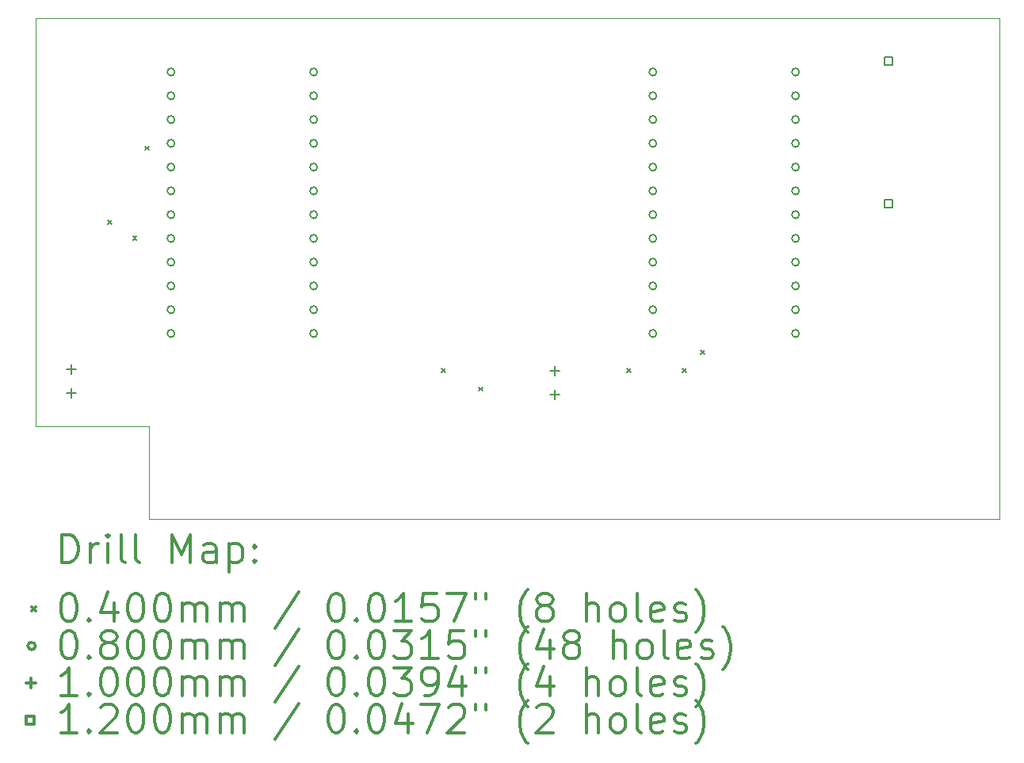
<source format=gbr>
%FSLAX45Y45*%
G04 Gerber Fmt 4.5, Leading zero omitted, Abs format (unit mm)*
G04 Created by KiCad (PCBNEW (5.1.12)-1) date 2022-10-05 19:49:02*
%MOMM*%
%LPD*%
G01*
G04 APERTURE LIST*
%TA.AperFunction,Profile*%
%ADD10C,0.050000*%
%TD*%
%ADD11C,0.200000*%
%ADD12C,0.300000*%
G04 APERTURE END LIST*
D10*
X12577620Y-13870746D02*
X12577620Y-14860746D01*
X12577620Y-13870746D02*
X11368620Y-13870746D01*
X21664620Y-9514746D02*
X21664620Y-14860746D01*
X11368620Y-9514746D02*
X21664620Y-9514746D01*
X11368620Y-13870746D02*
X11368620Y-9514746D01*
X21664620Y-14860746D02*
X12577620Y-14860746D01*
D11*
X12140620Y-11672746D02*
X12180620Y-11712746D01*
X12180620Y-11672746D02*
X12140620Y-11712746D01*
X12407620Y-11840746D02*
X12447620Y-11880746D01*
X12447620Y-11840746D02*
X12407620Y-11880746D01*
X12536620Y-10880746D02*
X12576620Y-10920746D01*
X12576620Y-10880746D02*
X12536620Y-10920746D01*
X15704620Y-13256746D02*
X15744620Y-13296746D01*
X15744620Y-13256746D02*
X15704620Y-13296746D01*
X16100620Y-13454746D02*
X16140620Y-13494746D01*
X16140620Y-13454746D02*
X16100620Y-13494746D01*
X17684620Y-13256746D02*
X17724620Y-13296746D01*
X17724620Y-13256746D02*
X17684620Y-13296746D01*
X18278620Y-13256746D02*
X18318620Y-13296746D01*
X18318620Y-13256746D02*
X18278620Y-13296746D01*
X18476620Y-13058746D02*
X18516620Y-13098746D01*
X18516620Y-13058746D02*
X18476620Y-13098746D01*
X12854620Y-10086746D02*
G75*
G03*
X12854620Y-10086746I-40000J0D01*
G01*
X12854620Y-10340746D02*
G75*
G03*
X12854620Y-10340746I-40000J0D01*
G01*
X12854620Y-10594746D02*
G75*
G03*
X12854620Y-10594746I-40000J0D01*
G01*
X12854620Y-10848746D02*
G75*
G03*
X12854620Y-10848746I-40000J0D01*
G01*
X12854620Y-11102746D02*
G75*
G03*
X12854620Y-11102746I-40000J0D01*
G01*
X12854620Y-11356746D02*
G75*
G03*
X12854620Y-11356746I-40000J0D01*
G01*
X12854620Y-11610746D02*
G75*
G03*
X12854620Y-11610746I-40000J0D01*
G01*
X12854620Y-11864746D02*
G75*
G03*
X12854620Y-11864746I-40000J0D01*
G01*
X12854620Y-12118746D02*
G75*
G03*
X12854620Y-12118746I-40000J0D01*
G01*
X12854620Y-12372746D02*
G75*
G03*
X12854620Y-12372746I-40000J0D01*
G01*
X12854620Y-12626746D02*
G75*
G03*
X12854620Y-12626746I-40000J0D01*
G01*
X12854620Y-12880746D02*
G75*
G03*
X12854620Y-12880746I-40000J0D01*
G01*
X14378620Y-10086746D02*
G75*
G03*
X14378620Y-10086746I-40000J0D01*
G01*
X14378620Y-10340746D02*
G75*
G03*
X14378620Y-10340746I-40000J0D01*
G01*
X14378620Y-10594746D02*
G75*
G03*
X14378620Y-10594746I-40000J0D01*
G01*
X14378620Y-10848746D02*
G75*
G03*
X14378620Y-10848746I-40000J0D01*
G01*
X14378620Y-11102746D02*
G75*
G03*
X14378620Y-11102746I-40000J0D01*
G01*
X14378620Y-11356746D02*
G75*
G03*
X14378620Y-11356746I-40000J0D01*
G01*
X14378620Y-11610746D02*
G75*
G03*
X14378620Y-11610746I-40000J0D01*
G01*
X14378620Y-11864746D02*
G75*
G03*
X14378620Y-11864746I-40000J0D01*
G01*
X14378620Y-12118746D02*
G75*
G03*
X14378620Y-12118746I-40000J0D01*
G01*
X14378620Y-12372746D02*
G75*
G03*
X14378620Y-12372746I-40000J0D01*
G01*
X14378620Y-12626746D02*
G75*
G03*
X14378620Y-12626746I-40000J0D01*
G01*
X14378620Y-12880746D02*
G75*
G03*
X14378620Y-12880746I-40000J0D01*
G01*
X18002620Y-10086746D02*
G75*
G03*
X18002620Y-10086746I-40000J0D01*
G01*
X18002620Y-10340746D02*
G75*
G03*
X18002620Y-10340746I-40000J0D01*
G01*
X18002620Y-10594746D02*
G75*
G03*
X18002620Y-10594746I-40000J0D01*
G01*
X18002620Y-10848746D02*
G75*
G03*
X18002620Y-10848746I-40000J0D01*
G01*
X18002620Y-11102746D02*
G75*
G03*
X18002620Y-11102746I-40000J0D01*
G01*
X18002620Y-11356746D02*
G75*
G03*
X18002620Y-11356746I-40000J0D01*
G01*
X18002620Y-11610746D02*
G75*
G03*
X18002620Y-11610746I-40000J0D01*
G01*
X18002620Y-11864746D02*
G75*
G03*
X18002620Y-11864746I-40000J0D01*
G01*
X18002620Y-12118746D02*
G75*
G03*
X18002620Y-12118746I-40000J0D01*
G01*
X18002620Y-12372746D02*
G75*
G03*
X18002620Y-12372746I-40000J0D01*
G01*
X18002620Y-12626746D02*
G75*
G03*
X18002620Y-12626746I-40000J0D01*
G01*
X18002620Y-12880746D02*
G75*
G03*
X18002620Y-12880746I-40000J0D01*
G01*
X19526620Y-10086746D02*
G75*
G03*
X19526620Y-10086746I-40000J0D01*
G01*
X19526620Y-10340746D02*
G75*
G03*
X19526620Y-10340746I-40000J0D01*
G01*
X19526620Y-10594746D02*
G75*
G03*
X19526620Y-10594746I-40000J0D01*
G01*
X19526620Y-10848746D02*
G75*
G03*
X19526620Y-10848746I-40000J0D01*
G01*
X19526620Y-11102746D02*
G75*
G03*
X19526620Y-11102746I-40000J0D01*
G01*
X19526620Y-11356746D02*
G75*
G03*
X19526620Y-11356746I-40000J0D01*
G01*
X19526620Y-11610746D02*
G75*
G03*
X19526620Y-11610746I-40000J0D01*
G01*
X19526620Y-11864746D02*
G75*
G03*
X19526620Y-11864746I-40000J0D01*
G01*
X19526620Y-12118746D02*
G75*
G03*
X19526620Y-12118746I-40000J0D01*
G01*
X19526620Y-12372746D02*
G75*
G03*
X19526620Y-12372746I-40000J0D01*
G01*
X19526620Y-12626746D02*
G75*
G03*
X19526620Y-12626746I-40000J0D01*
G01*
X19526620Y-12880746D02*
G75*
G03*
X19526620Y-12880746I-40000J0D01*
G01*
X11752620Y-13210746D02*
X11752620Y-13310746D01*
X11702620Y-13260746D02*
X11802620Y-13260746D01*
X11752620Y-13464746D02*
X11752620Y-13564746D01*
X11702620Y-13514746D02*
X11802620Y-13514746D01*
X16912620Y-13226746D02*
X16912620Y-13326746D01*
X16862620Y-13276746D02*
X16962620Y-13276746D01*
X16912620Y-13480746D02*
X16912620Y-13580746D01*
X16862620Y-13530746D02*
X16962620Y-13530746D01*
X20519047Y-10013173D02*
X20519047Y-9928319D01*
X20434193Y-9928319D01*
X20434193Y-10013173D01*
X20519047Y-10013173D01*
X20519047Y-11537173D02*
X20519047Y-11452319D01*
X20434193Y-11452319D01*
X20434193Y-11537173D01*
X20519047Y-11537173D01*
D12*
X11652548Y-15328960D02*
X11652548Y-15028960D01*
X11723977Y-15028960D01*
X11766834Y-15043246D01*
X11795406Y-15071817D01*
X11809691Y-15100389D01*
X11823977Y-15157532D01*
X11823977Y-15200389D01*
X11809691Y-15257532D01*
X11795406Y-15286103D01*
X11766834Y-15314675D01*
X11723977Y-15328960D01*
X11652548Y-15328960D01*
X11952548Y-15328960D02*
X11952548Y-15128960D01*
X11952548Y-15186103D02*
X11966834Y-15157532D01*
X11981120Y-15143246D01*
X12009691Y-15128960D01*
X12038263Y-15128960D01*
X12138263Y-15328960D02*
X12138263Y-15128960D01*
X12138263Y-15028960D02*
X12123977Y-15043246D01*
X12138263Y-15057532D01*
X12152548Y-15043246D01*
X12138263Y-15028960D01*
X12138263Y-15057532D01*
X12323977Y-15328960D02*
X12295406Y-15314675D01*
X12281120Y-15286103D01*
X12281120Y-15028960D01*
X12481120Y-15328960D02*
X12452548Y-15314675D01*
X12438263Y-15286103D01*
X12438263Y-15028960D01*
X12823977Y-15328960D02*
X12823977Y-15028960D01*
X12923977Y-15243246D01*
X13023977Y-15028960D01*
X13023977Y-15328960D01*
X13295406Y-15328960D02*
X13295406Y-15171817D01*
X13281120Y-15143246D01*
X13252548Y-15128960D01*
X13195406Y-15128960D01*
X13166834Y-15143246D01*
X13295406Y-15314675D02*
X13266834Y-15328960D01*
X13195406Y-15328960D01*
X13166834Y-15314675D01*
X13152548Y-15286103D01*
X13152548Y-15257532D01*
X13166834Y-15228960D01*
X13195406Y-15214675D01*
X13266834Y-15214675D01*
X13295406Y-15200389D01*
X13438263Y-15128960D02*
X13438263Y-15428960D01*
X13438263Y-15143246D02*
X13466834Y-15128960D01*
X13523977Y-15128960D01*
X13552548Y-15143246D01*
X13566834Y-15157532D01*
X13581120Y-15186103D01*
X13581120Y-15271817D01*
X13566834Y-15300389D01*
X13552548Y-15314675D01*
X13523977Y-15328960D01*
X13466834Y-15328960D01*
X13438263Y-15314675D01*
X13709691Y-15300389D02*
X13723977Y-15314675D01*
X13709691Y-15328960D01*
X13695406Y-15314675D01*
X13709691Y-15300389D01*
X13709691Y-15328960D01*
X13709691Y-15143246D02*
X13723977Y-15157532D01*
X13709691Y-15171817D01*
X13695406Y-15157532D01*
X13709691Y-15143246D01*
X13709691Y-15171817D01*
X11326120Y-15803246D02*
X11366120Y-15843246D01*
X11366120Y-15803246D02*
X11326120Y-15843246D01*
X11709691Y-15658960D02*
X11738263Y-15658960D01*
X11766834Y-15673246D01*
X11781120Y-15687532D01*
X11795406Y-15716103D01*
X11809691Y-15773246D01*
X11809691Y-15844675D01*
X11795406Y-15901817D01*
X11781120Y-15930389D01*
X11766834Y-15944675D01*
X11738263Y-15958960D01*
X11709691Y-15958960D01*
X11681120Y-15944675D01*
X11666834Y-15930389D01*
X11652548Y-15901817D01*
X11638263Y-15844675D01*
X11638263Y-15773246D01*
X11652548Y-15716103D01*
X11666834Y-15687532D01*
X11681120Y-15673246D01*
X11709691Y-15658960D01*
X11938263Y-15930389D02*
X11952548Y-15944675D01*
X11938263Y-15958960D01*
X11923977Y-15944675D01*
X11938263Y-15930389D01*
X11938263Y-15958960D01*
X12209691Y-15758960D02*
X12209691Y-15958960D01*
X12138263Y-15644675D02*
X12066834Y-15858960D01*
X12252548Y-15858960D01*
X12423977Y-15658960D02*
X12452548Y-15658960D01*
X12481120Y-15673246D01*
X12495406Y-15687532D01*
X12509691Y-15716103D01*
X12523977Y-15773246D01*
X12523977Y-15844675D01*
X12509691Y-15901817D01*
X12495406Y-15930389D01*
X12481120Y-15944675D01*
X12452548Y-15958960D01*
X12423977Y-15958960D01*
X12395406Y-15944675D01*
X12381120Y-15930389D01*
X12366834Y-15901817D01*
X12352548Y-15844675D01*
X12352548Y-15773246D01*
X12366834Y-15716103D01*
X12381120Y-15687532D01*
X12395406Y-15673246D01*
X12423977Y-15658960D01*
X12709691Y-15658960D02*
X12738263Y-15658960D01*
X12766834Y-15673246D01*
X12781120Y-15687532D01*
X12795406Y-15716103D01*
X12809691Y-15773246D01*
X12809691Y-15844675D01*
X12795406Y-15901817D01*
X12781120Y-15930389D01*
X12766834Y-15944675D01*
X12738263Y-15958960D01*
X12709691Y-15958960D01*
X12681120Y-15944675D01*
X12666834Y-15930389D01*
X12652548Y-15901817D01*
X12638263Y-15844675D01*
X12638263Y-15773246D01*
X12652548Y-15716103D01*
X12666834Y-15687532D01*
X12681120Y-15673246D01*
X12709691Y-15658960D01*
X12938263Y-15958960D02*
X12938263Y-15758960D01*
X12938263Y-15787532D02*
X12952548Y-15773246D01*
X12981120Y-15758960D01*
X13023977Y-15758960D01*
X13052548Y-15773246D01*
X13066834Y-15801817D01*
X13066834Y-15958960D01*
X13066834Y-15801817D02*
X13081120Y-15773246D01*
X13109691Y-15758960D01*
X13152548Y-15758960D01*
X13181120Y-15773246D01*
X13195406Y-15801817D01*
X13195406Y-15958960D01*
X13338263Y-15958960D02*
X13338263Y-15758960D01*
X13338263Y-15787532D02*
X13352548Y-15773246D01*
X13381120Y-15758960D01*
X13423977Y-15758960D01*
X13452548Y-15773246D01*
X13466834Y-15801817D01*
X13466834Y-15958960D01*
X13466834Y-15801817D02*
X13481120Y-15773246D01*
X13509691Y-15758960D01*
X13552548Y-15758960D01*
X13581120Y-15773246D01*
X13595406Y-15801817D01*
X13595406Y-15958960D01*
X14181120Y-15644675D02*
X13923977Y-16030389D01*
X14566834Y-15658960D02*
X14595406Y-15658960D01*
X14623977Y-15673246D01*
X14638263Y-15687532D01*
X14652548Y-15716103D01*
X14666834Y-15773246D01*
X14666834Y-15844675D01*
X14652548Y-15901817D01*
X14638263Y-15930389D01*
X14623977Y-15944675D01*
X14595406Y-15958960D01*
X14566834Y-15958960D01*
X14538263Y-15944675D01*
X14523977Y-15930389D01*
X14509691Y-15901817D01*
X14495406Y-15844675D01*
X14495406Y-15773246D01*
X14509691Y-15716103D01*
X14523977Y-15687532D01*
X14538263Y-15673246D01*
X14566834Y-15658960D01*
X14795406Y-15930389D02*
X14809691Y-15944675D01*
X14795406Y-15958960D01*
X14781120Y-15944675D01*
X14795406Y-15930389D01*
X14795406Y-15958960D01*
X14995406Y-15658960D02*
X15023977Y-15658960D01*
X15052548Y-15673246D01*
X15066834Y-15687532D01*
X15081120Y-15716103D01*
X15095406Y-15773246D01*
X15095406Y-15844675D01*
X15081120Y-15901817D01*
X15066834Y-15930389D01*
X15052548Y-15944675D01*
X15023977Y-15958960D01*
X14995406Y-15958960D01*
X14966834Y-15944675D01*
X14952548Y-15930389D01*
X14938263Y-15901817D01*
X14923977Y-15844675D01*
X14923977Y-15773246D01*
X14938263Y-15716103D01*
X14952548Y-15687532D01*
X14966834Y-15673246D01*
X14995406Y-15658960D01*
X15381120Y-15958960D02*
X15209691Y-15958960D01*
X15295406Y-15958960D02*
X15295406Y-15658960D01*
X15266834Y-15701817D01*
X15238263Y-15730389D01*
X15209691Y-15744675D01*
X15652548Y-15658960D02*
X15509691Y-15658960D01*
X15495406Y-15801817D01*
X15509691Y-15787532D01*
X15538263Y-15773246D01*
X15609691Y-15773246D01*
X15638263Y-15787532D01*
X15652548Y-15801817D01*
X15666834Y-15830389D01*
X15666834Y-15901817D01*
X15652548Y-15930389D01*
X15638263Y-15944675D01*
X15609691Y-15958960D01*
X15538263Y-15958960D01*
X15509691Y-15944675D01*
X15495406Y-15930389D01*
X15766834Y-15658960D02*
X15966834Y-15658960D01*
X15838263Y-15958960D01*
X16066834Y-15658960D02*
X16066834Y-15716103D01*
X16181120Y-15658960D02*
X16181120Y-15716103D01*
X16623977Y-16073246D02*
X16609691Y-16058960D01*
X16581120Y-16016103D01*
X16566834Y-15987532D01*
X16552548Y-15944675D01*
X16538263Y-15873246D01*
X16538263Y-15816103D01*
X16552548Y-15744675D01*
X16566834Y-15701817D01*
X16581120Y-15673246D01*
X16609691Y-15630389D01*
X16623977Y-15616103D01*
X16781120Y-15787532D02*
X16752548Y-15773246D01*
X16738263Y-15758960D01*
X16723977Y-15730389D01*
X16723977Y-15716103D01*
X16738263Y-15687532D01*
X16752548Y-15673246D01*
X16781120Y-15658960D01*
X16838263Y-15658960D01*
X16866834Y-15673246D01*
X16881120Y-15687532D01*
X16895406Y-15716103D01*
X16895406Y-15730389D01*
X16881120Y-15758960D01*
X16866834Y-15773246D01*
X16838263Y-15787532D01*
X16781120Y-15787532D01*
X16752548Y-15801817D01*
X16738263Y-15816103D01*
X16723977Y-15844675D01*
X16723977Y-15901817D01*
X16738263Y-15930389D01*
X16752548Y-15944675D01*
X16781120Y-15958960D01*
X16838263Y-15958960D01*
X16866834Y-15944675D01*
X16881120Y-15930389D01*
X16895406Y-15901817D01*
X16895406Y-15844675D01*
X16881120Y-15816103D01*
X16866834Y-15801817D01*
X16838263Y-15787532D01*
X17252548Y-15958960D02*
X17252548Y-15658960D01*
X17381120Y-15958960D02*
X17381120Y-15801817D01*
X17366834Y-15773246D01*
X17338263Y-15758960D01*
X17295406Y-15758960D01*
X17266834Y-15773246D01*
X17252548Y-15787532D01*
X17566834Y-15958960D02*
X17538263Y-15944675D01*
X17523977Y-15930389D01*
X17509691Y-15901817D01*
X17509691Y-15816103D01*
X17523977Y-15787532D01*
X17538263Y-15773246D01*
X17566834Y-15758960D01*
X17609691Y-15758960D01*
X17638263Y-15773246D01*
X17652548Y-15787532D01*
X17666834Y-15816103D01*
X17666834Y-15901817D01*
X17652548Y-15930389D01*
X17638263Y-15944675D01*
X17609691Y-15958960D01*
X17566834Y-15958960D01*
X17838263Y-15958960D02*
X17809691Y-15944675D01*
X17795406Y-15916103D01*
X17795406Y-15658960D01*
X18066834Y-15944675D02*
X18038263Y-15958960D01*
X17981120Y-15958960D01*
X17952548Y-15944675D01*
X17938263Y-15916103D01*
X17938263Y-15801817D01*
X17952548Y-15773246D01*
X17981120Y-15758960D01*
X18038263Y-15758960D01*
X18066834Y-15773246D01*
X18081120Y-15801817D01*
X18081120Y-15830389D01*
X17938263Y-15858960D01*
X18195406Y-15944675D02*
X18223977Y-15958960D01*
X18281120Y-15958960D01*
X18309691Y-15944675D01*
X18323977Y-15916103D01*
X18323977Y-15901817D01*
X18309691Y-15873246D01*
X18281120Y-15858960D01*
X18238263Y-15858960D01*
X18209691Y-15844675D01*
X18195406Y-15816103D01*
X18195406Y-15801817D01*
X18209691Y-15773246D01*
X18238263Y-15758960D01*
X18281120Y-15758960D01*
X18309691Y-15773246D01*
X18423977Y-16073246D02*
X18438263Y-16058960D01*
X18466834Y-16016103D01*
X18481120Y-15987532D01*
X18495406Y-15944675D01*
X18509691Y-15873246D01*
X18509691Y-15816103D01*
X18495406Y-15744675D01*
X18481120Y-15701817D01*
X18466834Y-15673246D01*
X18438263Y-15630389D01*
X18423977Y-15616103D01*
X11366120Y-16219246D02*
G75*
G03*
X11366120Y-16219246I-40000J0D01*
G01*
X11709691Y-16054960D02*
X11738263Y-16054960D01*
X11766834Y-16069246D01*
X11781120Y-16083532D01*
X11795406Y-16112103D01*
X11809691Y-16169246D01*
X11809691Y-16240675D01*
X11795406Y-16297817D01*
X11781120Y-16326389D01*
X11766834Y-16340675D01*
X11738263Y-16354960D01*
X11709691Y-16354960D01*
X11681120Y-16340675D01*
X11666834Y-16326389D01*
X11652548Y-16297817D01*
X11638263Y-16240675D01*
X11638263Y-16169246D01*
X11652548Y-16112103D01*
X11666834Y-16083532D01*
X11681120Y-16069246D01*
X11709691Y-16054960D01*
X11938263Y-16326389D02*
X11952548Y-16340675D01*
X11938263Y-16354960D01*
X11923977Y-16340675D01*
X11938263Y-16326389D01*
X11938263Y-16354960D01*
X12123977Y-16183532D02*
X12095406Y-16169246D01*
X12081120Y-16154960D01*
X12066834Y-16126389D01*
X12066834Y-16112103D01*
X12081120Y-16083532D01*
X12095406Y-16069246D01*
X12123977Y-16054960D01*
X12181120Y-16054960D01*
X12209691Y-16069246D01*
X12223977Y-16083532D01*
X12238263Y-16112103D01*
X12238263Y-16126389D01*
X12223977Y-16154960D01*
X12209691Y-16169246D01*
X12181120Y-16183532D01*
X12123977Y-16183532D01*
X12095406Y-16197817D01*
X12081120Y-16212103D01*
X12066834Y-16240675D01*
X12066834Y-16297817D01*
X12081120Y-16326389D01*
X12095406Y-16340675D01*
X12123977Y-16354960D01*
X12181120Y-16354960D01*
X12209691Y-16340675D01*
X12223977Y-16326389D01*
X12238263Y-16297817D01*
X12238263Y-16240675D01*
X12223977Y-16212103D01*
X12209691Y-16197817D01*
X12181120Y-16183532D01*
X12423977Y-16054960D02*
X12452548Y-16054960D01*
X12481120Y-16069246D01*
X12495406Y-16083532D01*
X12509691Y-16112103D01*
X12523977Y-16169246D01*
X12523977Y-16240675D01*
X12509691Y-16297817D01*
X12495406Y-16326389D01*
X12481120Y-16340675D01*
X12452548Y-16354960D01*
X12423977Y-16354960D01*
X12395406Y-16340675D01*
X12381120Y-16326389D01*
X12366834Y-16297817D01*
X12352548Y-16240675D01*
X12352548Y-16169246D01*
X12366834Y-16112103D01*
X12381120Y-16083532D01*
X12395406Y-16069246D01*
X12423977Y-16054960D01*
X12709691Y-16054960D02*
X12738263Y-16054960D01*
X12766834Y-16069246D01*
X12781120Y-16083532D01*
X12795406Y-16112103D01*
X12809691Y-16169246D01*
X12809691Y-16240675D01*
X12795406Y-16297817D01*
X12781120Y-16326389D01*
X12766834Y-16340675D01*
X12738263Y-16354960D01*
X12709691Y-16354960D01*
X12681120Y-16340675D01*
X12666834Y-16326389D01*
X12652548Y-16297817D01*
X12638263Y-16240675D01*
X12638263Y-16169246D01*
X12652548Y-16112103D01*
X12666834Y-16083532D01*
X12681120Y-16069246D01*
X12709691Y-16054960D01*
X12938263Y-16354960D02*
X12938263Y-16154960D01*
X12938263Y-16183532D02*
X12952548Y-16169246D01*
X12981120Y-16154960D01*
X13023977Y-16154960D01*
X13052548Y-16169246D01*
X13066834Y-16197817D01*
X13066834Y-16354960D01*
X13066834Y-16197817D02*
X13081120Y-16169246D01*
X13109691Y-16154960D01*
X13152548Y-16154960D01*
X13181120Y-16169246D01*
X13195406Y-16197817D01*
X13195406Y-16354960D01*
X13338263Y-16354960D02*
X13338263Y-16154960D01*
X13338263Y-16183532D02*
X13352548Y-16169246D01*
X13381120Y-16154960D01*
X13423977Y-16154960D01*
X13452548Y-16169246D01*
X13466834Y-16197817D01*
X13466834Y-16354960D01*
X13466834Y-16197817D02*
X13481120Y-16169246D01*
X13509691Y-16154960D01*
X13552548Y-16154960D01*
X13581120Y-16169246D01*
X13595406Y-16197817D01*
X13595406Y-16354960D01*
X14181120Y-16040675D02*
X13923977Y-16426389D01*
X14566834Y-16054960D02*
X14595406Y-16054960D01*
X14623977Y-16069246D01*
X14638263Y-16083532D01*
X14652548Y-16112103D01*
X14666834Y-16169246D01*
X14666834Y-16240675D01*
X14652548Y-16297817D01*
X14638263Y-16326389D01*
X14623977Y-16340675D01*
X14595406Y-16354960D01*
X14566834Y-16354960D01*
X14538263Y-16340675D01*
X14523977Y-16326389D01*
X14509691Y-16297817D01*
X14495406Y-16240675D01*
X14495406Y-16169246D01*
X14509691Y-16112103D01*
X14523977Y-16083532D01*
X14538263Y-16069246D01*
X14566834Y-16054960D01*
X14795406Y-16326389D02*
X14809691Y-16340675D01*
X14795406Y-16354960D01*
X14781120Y-16340675D01*
X14795406Y-16326389D01*
X14795406Y-16354960D01*
X14995406Y-16054960D02*
X15023977Y-16054960D01*
X15052548Y-16069246D01*
X15066834Y-16083532D01*
X15081120Y-16112103D01*
X15095406Y-16169246D01*
X15095406Y-16240675D01*
X15081120Y-16297817D01*
X15066834Y-16326389D01*
X15052548Y-16340675D01*
X15023977Y-16354960D01*
X14995406Y-16354960D01*
X14966834Y-16340675D01*
X14952548Y-16326389D01*
X14938263Y-16297817D01*
X14923977Y-16240675D01*
X14923977Y-16169246D01*
X14938263Y-16112103D01*
X14952548Y-16083532D01*
X14966834Y-16069246D01*
X14995406Y-16054960D01*
X15195406Y-16054960D02*
X15381120Y-16054960D01*
X15281120Y-16169246D01*
X15323977Y-16169246D01*
X15352548Y-16183532D01*
X15366834Y-16197817D01*
X15381120Y-16226389D01*
X15381120Y-16297817D01*
X15366834Y-16326389D01*
X15352548Y-16340675D01*
X15323977Y-16354960D01*
X15238263Y-16354960D01*
X15209691Y-16340675D01*
X15195406Y-16326389D01*
X15666834Y-16354960D02*
X15495406Y-16354960D01*
X15581120Y-16354960D02*
X15581120Y-16054960D01*
X15552548Y-16097817D01*
X15523977Y-16126389D01*
X15495406Y-16140675D01*
X15938263Y-16054960D02*
X15795406Y-16054960D01*
X15781120Y-16197817D01*
X15795406Y-16183532D01*
X15823977Y-16169246D01*
X15895406Y-16169246D01*
X15923977Y-16183532D01*
X15938263Y-16197817D01*
X15952548Y-16226389D01*
X15952548Y-16297817D01*
X15938263Y-16326389D01*
X15923977Y-16340675D01*
X15895406Y-16354960D01*
X15823977Y-16354960D01*
X15795406Y-16340675D01*
X15781120Y-16326389D01*
X16066834Y-16054960D02*
X16066834Y-16112103D01*
X16181120Y-16054960D02*
X16181120Y-16112103D01*
X16623977Y-16469246D02*
X16609691Y-16454960D01*
X16581120Y-16412103D01*
X16566834Y-16383532D01*
X16552548Y-16340675D01*
X16538263Y-16269246D01*
X16538263Y-16212103D01*
X16552548Y-16140675D01*
X16566834Y-16097817D01*
X16581120Y-16069246D01*
X16609691Y-16026389D01*
X16623977Y-16012103D01*
X16866834Y-16154960D02*
X16866834Y-16354960D01*
X16795406Y-16040675D02*
X16723977Y-16254960D01*
X16909691Y-16254960D01*
X17066834Y-16183532D02*
X17038263Y-16169246D01*
X17023977Y-16154960D01*
X17009691Y-16126389D01*
X17009691Y-16112103D01*
X17023977Y-16083532D01*
X17038263Y-16069246D01*
X17066834Y-16054960D01*
X17123977Y-16054960D01*
X17152548Y-16069246D01*
X17166834Y-16083532D01*
X17181120Y-16112103D01*
X17181120Y-16126389D01*
X17166834Y-16154960D01*
X17152548Y-16169246D01*
X17123977Y-16183532D01*
X17066834Y-16183532D01*
X17038263Y-16197817D01*
X17023977Y-16212103D01*
X17009691Y-16240675D01*
X17009691Y-16297817D01*
X17023977Y-16326389D01*
X17038263Y-16340675D01*
X17066834Y-16354960D01*
X17123977Y-16354960D01*
X17152548Y-16340675D01*
X17166834Y-16326389D01*
X17181120Y-16297817D01*
X17181120Y-16240675D01*
X17166834Y-16212103D01*
X17152548Y-16197817D01*
X17123977Y-16183532D01*
X17538263Y-16354960D02*
X17538263Y-16054960D01*
X17666834Y-16354960D02*
X17666834Y-16197817D01*
X17652548Y-16169246D01*
X17623977Y-16154960D01*
X17581120Y-16154960D01*
X17552548Y-16169246D01*
X17538263Y-16183532D01*
X17852548Y-16354960D02*
X17823977Y-16340675D01*
X17809691Y-16326389D01*
X17795406Y-16297817D01*
X17795406Y-16212103D01*
X17809691Y-16183532D01*
X17823977Y-16169246D01*
X17852548Y-16154960D01*
X17895406Y-16154960D01*
X17923977Y-16169246D01*
X17938263Y-16183532D01*
X17952548Y-16212103D01*
X17952548Y-16297817D01*
X17938263Y-16326389D01*
X17923977Y-16340675D01*
X17895406Y-16354960D01*
X17852548Y-16354960D01*
X18123977Y-16354960D02*
X18095406Y-16340675D01*
X18081120Y-16312103D01*
X18081120Y-16054960D01*
X18352548Y-16340675D02*
X18323977Y-16354960D01*
X18266834Y-16354960D01*
X18238263Y-16340675D01*
X18223977Y-16312103D01*
X18223977Y-16197817D01*
X18238263Y-16169246D01*
X18266834Y-16154960D01*
X18323977Y-16154960D01*
X18352548Y-16169246D01*
X18366834Y-16197817D01*
X18366834Y-16226389D01*
X18223977Y-16254960D01*
X18481120Y-16340675D02*
X18509691Y-16354960D01*
X18566834Y-16354960D01*
X18595406Y-16340675D01*
X18609691Y-16312103D01*
X18609691Y-16297817D01*
X18595406Y-16269246D01*
X18566834Y-16254960D01*
X18523977Y-16254960D01*
X18495406Y-16240675D01*
X18481120Y-16212103D01*
X18481120Y-16197817D01*
X18495406Y-16169246D01*
X18523977Y-16154960D01*
X18566834Y-16154960D01*
X18595406Y-16169246D01*
X18709691Y-16469246D02*
X18723977Y-16454960D01*
X18752548Y-16412103D01*
X18766834Y-16383532D01*
X18781120Y-16340675D01*
X18795406Y-16269246D01*
X18795406Y-16212103D01*
X18781120Y-16140675D01*
X18766834Y-16097817D01*
X18752548Y-16069246D01*
X18723977Y-16026389D01*
X18709691Y-16012103D01*
X11316120Y-16565246D02*
X11316120Y-16665246D01*
X11266120Y-16615246D02*
X11366120Y-16615246D01*
X11809691Y-16750960D02*
X11638263Y-16750960D01*
X11723977Y-16750960D02*
X11723977Y-16450960D01*
X11695406Y-16493817D01*
X11666834Y-16522389D01*
X11638263Y-16536675D01*
X11938263Y-16722389D02*
X11952548Y-16736675D01*
X11938263Y-16750960D01*
X11923977Y-16736675D01*
X11938263Y-16722389D01*
X11938263Y-16750960D01*
X12138263Y-16450960D02*
X12166834Y-16450960D01*
X12195406Y-16465246D01*
X12209691Y-16479532D01*
X12223977Y-16508103D01*
X12238263Y-16565246D01*
X12238263Y-16636675D01*
X12223977Y-16693817D01*
X12209691Y-16722389D01*
X12195406Y-16736675D01*
X12166834Y-16750960D01*
X12138263Y-16750960D01*
X12109691Y-16736675D01*
X12095406Y-16722389D01*
X12081120Y-16693817D01*
X12066834Y-16636675D01*
X12066834Y-16565246D01*
X12081120Y-16508103D01*
X12095406Y-16479532D01*
X12109691Y-16465246D01*
X12138263Y-16450960D01*
X12423977Y-16450960D02*
X12452548Y-16450960D01*
X12481120Y-16465246D01*
X12495406Y-16479532D01*
X12509691Y-16508103D01*
X12523977Y-16565246D01*
X12523977Y-16636675D01*
X12509691Y-16693817D01*
X12495406Y-16722389D01*
X12481120Y-16736675D01*
X12452548Y-16750960D01*
X12423977Y-16750960D01*
X12395406Y-16736675D01*
X12381120Y-16722389D01*
X12366834Y-16693817D01*
X12352548Y-16636675D01*
X12352548Y-16565246D01*
X12366834Y-16508103D01*
X12381120Y-16479532D01*
X12395406Y-16465246D01*
X12423977Y-16450960D01*
X12709691Y-16450960D02*
X12738263Y-16450960D01*
X12766834Y-16465246D01*
X12781120Y-16479532D01*
X12795406Y-16508103D01*
X12809691Y-16565246D01*
X12809691Y-16636675D01*
X12795406Y-16693817D01*
X12781120Y-16722389D01*
X12766834Y-16736675D01*
X12738263Y-16750960D01*
X12709691Y-16750960D01*
X12681120Y-16736675D01*
X12666834Y-16722389D01*
X12652548Y-16693817D01*
X12638263Y-16636675D01*
X12638263Y-16565246D01*
X12652548Y-16508103D01*
X12666834Y-16479532D01*
X12681120Y-16465246D01*
X12709691Y-16450960D01*
X12938263Y-16750960D02*
X12938263Y-16550960D01*
X12938263Y-16579532D02*
X12952548Y-16565246D01*
X12981120Y-16550960D01*
X13023977Y-16550960D01*
X13052548Y-16565246D01*
X13066834Y-16593817D01*
X13066834Y-16750960D01*
X13066834Y-16593817D02*
X13081120Y-16565246D01*
X13109691Y-16550960D01*
X13152548Y-16550960D01*
X13181120Y-16565246D01*
X13195406Y-16593817D01*
X13195406Y-16750960D01*
X13338263Y-16750960D02*
X13338263Y-16550960D01*
X13338263Y-16579532D02*
X13352548Y-16565246D01*
X13381120Y-16550960D01*
X13423977Y-16550960D01*
X13452548Y-16565246D01*
X13466834Y-16593817D01*
X13466834Y-16750960D01*
X13466834Y-16593817D02*
X13481120Y-16565246D01*
X13509691Y-16550960D01*
X13552548Y-16550960D01*
X13581120Y-16565246D01*
X13595406Y-16593817D01*
X13595406Y-16750960D01*
X14181120Y-16436675D02*
X13923977Y-16822389D01*
X14566834Y-16450960D02*
X14595406Y-16450960D01*
X14623977Y-16465246D01*
X14638263Y-16479532D01*
X14652548Y-16508103D01*
X14666834Y-16565246D01*
X14666834Y-16636675D01*
X14652548Y-16693817D01*
X14638263Y-16722389D01*
X14623977Y-16736675D01*
X14595406Y-16750960D01*
X14566834Y-16750960D01*
X14538263Y-16736675D01*
X14523977Y-16722389D01*
X14509691Y-16693817D01*
X14495406Y-16636675D01*
X14495406Y-16565246D01*
X14509691Y-16508103D01*
X14523977Y-16479532D01*
X14538263Y-16465246D01*
X14566834Y-16450960D01*
X14795406Y-16722389D02*
X14809691Y-16736675D01*
X14795406Y-16750960D01*
X14781120Y-16736675D01*
X14795406Y-16722389D01*
X14795406Y-16750960D01*
X14995406Y-16450960D02*
X15023977Y-16450960D01*
X15052548Y-16465246D01*
X15066834Y-16479532D01*
X15081120Y-16508103D01*
X15095406Y-16565246D01*
X15095406Y-16636675D01*
X15081120Y-16693817D01*
X15066834Y-16722389D01*
X15052548Y-16736675D01*
X15023977Y-16750960D01*
X14995406Y-16750960D01*
X14966834Y-16736675D01*
X14952548Y-16722389D01*
X14938263Y-16693817D01*
X14923977Y-16636675D01*
X14923977Y-16565246D01*
X14938263Y-16508103D01*
X14952548Y-16479532D01*
X14966834Y-16465246D01*
X14995406Y-16450960D01*
X15195406Y-16450960D02*
X15381120Y-16450960D01*
X15281120Y-16565246D01*
X15323977Y-16565246D01*
X15352548Y-16579532D01*
X15366834Y-16593817D01*
X15381120Y-16622389D01*
X15381120Y-16693817D01*
X15366834Y-16722389D01*
X15352548Y-16736675D01*
X15323977Y-16750960D01*
X15238263Y-16750960D01*
X15209691Y-16736675D01*
X15195406Y-16722389D01*
X15523977Y-16750960D02*
X15581120Y-16750960D01*
X15609691Y-16736675D01*
X15623977Y-16722389D01*
X15652548Y-16679532D01*
X15666834Y-16622389D01*
X15666834Y-16508103D01*
X15652548Y-16479532D01*
X15638263Y-16465246D01*
X15609691Y-16450960D01*
X15552548Y-16450960D01*
X15523977Y-16465246D01*
X15509691Y-16479532D01*
X15495406Y-16508103D01*
X15495406Y-16579532D01*
X15509691Y-16608103D01*
X15523977Y-16622389D01*
X15552548Y-16636675D01*
X15609691Y-16636675D01*
X15638263Y-16622389D01*
X15652548Y-16608103D01*
X15666834Y-16579532D01*
X15923977Y-16550960D02*
X15923977Y-16750960D01*
X15852548Y-16436675D02*
X15781120Y-16650960D01*
X15966834Y-16650960D01*
X16066834Y-16450960D02*
X16066834Y-16508103D01*
X16181120Y-16450960D02*
X16181120Y-16508103D01*
X16623977Y-16865246D02*
X16609691Y-16850960D01*
X16581120Y-16808103D01*
X16566834Y-16779532D01*
X16552548Y-16736675D01*
X16538263Y-16665246D01*
X16538263Y-16608103D01*
X16552548Y-16536675D01*
X16566834Y-16493817D01*
X16581120Y-16465246D01*
X16609691Y-16422389D01*
X16623977Y-16408103D01*
X16866834Y-16550960D02*
X16866834Y-16750960D01*
X16795406Y-16436675D02*
X16723977Y-16650960D01*
X16909691Y-16650960D01*
X17252548Y-16750960D02*
X17252548Y-16450960D01*
X17381120Y-16750960D02*
X17381120Y-16593817D01*
X17366834Y-16565246D01*
X17338263Y-16550960D01*
X17295406Y-16550960D01*
X17266834Y-16565246D01*
X17252548Y-16579532D01*
X17566834Y-16750960D02*
X17538263Y-16736675D01*
X17523977Y-16722389D01*
X17509691Y-16693817D01*
X17509691Y-16608103D01*
X17523977Y-16579532D01*
X17538263Y-16565246D01*
X17566834Y-16550960D01*
X17609691Y-16550960D01*
X17638263Y-16565246D01*
X17652548Y-16579532D01*
X17666834Y-16608103D01*
X17666834Y-16693817D01*
X17652548Y-16722389D01*
X17638263Y-16736675D01*
X17609691Y-16750960D01*
X17566834Y-16750960D01*
X17838263Y-16750960D02*
X17809691Y-16736675D01*
X17795406Y-16708103D01*
X17795406Y-16450960D01*
X18066834Y-16736675D02*
X18038263Y-16750960D01*
X17981120Y-16750960D01*
X17952548Y-16736675D01*
X17938263Y-16708103D01*
X17938263Y-16593817D01*
X17952548Y-16565246D01*
X17981120Y-16550960D01*
X18038263Y-16550960D01*
X18066834Y-16565246D01*
X18081120Y-16593817D01*
X18081120Y-16622389D01*
X17938263Y-16650960D01*
X18195406Y-16736675D02*
X18223977Y-16750960D01*
X18281120Y-16750960D01*
X18309691Y-16736675D01*
X18323977Y-16708103D01*
X18323977Y-16693817D01*
X18309691Y-16665246D01*
X18281120Y-16650960D01*
X18238263Y-16650960D01*
X18209691Y-16636675D01*
X18195406Y-16608103D01*
X18195406Y-16593817D01*
X18209691Y-16565246D01*
X18238263Y-16550960D01*
X18281120Y-16550960D01*
X18309691Y-16565246D01*
X18423977Y-16865246D02*
X18438263Y-16850960D01*
X18466834Y-16808103D01*
X18481120Y-16779532D01*
X18495406Y-16736675D01*
X18509691Y-16665246D01*
X18509691Y-16608103D01*
X18495406Y-16536675D01*
X18481120Y-16493817D01*
X18466834Y-16465246D01*
X18438263Y-16422389D01*
X18423977Y-16408103D01*
X11348547Y-17053673D02*
X11348547Y-16968819D01*
X11263693Y-16968819D01*
X11263693Y-17053673D01*
X11348547Y-17053673D01*
X11809691Y-17146960D02*
X11638263Y-17146960D01*
X11723977Y-17146960D02*
X11723977Y-16846960D01*
X11695406Y-16889818D01*
X11666834Y-16918389D01*
X11638263Y-16932675D01*
X11938263Y-17118389D02*
X11952548Y-17132675D01*
X11938263Y-17146960D01*
X11923977Y-17132675D01*
X11938263Y-17118389D01*
X11938263Y-17146960D01*
X12066834Y-16875532D02*
X12081120Y-16861246D01*
X12109691Y-16846960D01*
X12181120Y-16846960D01*
X12209691Y-16861246D01*
X12223977Y-16875532D01*
X12238263Y-16904103D01*
X12238263Y-16932675D01*
X12223977Y-16975532D01*
X12052548Y-17146960D01*
X12238263Y-17146960D01*
X12423977Y-16846960D02*
X12452548Y-16846960D01*
X12481120Y-16861246D01*
X12495406Y-16875532D01*
X12509691Y-16904103D01*
X12523977Y-16961246D01*
X12523977Y-17032675D01*
X12509691Y-17089818D01*
X12495406Y-17118389D01*
X12481120Y-17132675D01*
X12452548Y-17146960D01*
X12423977Y-17146960D01*
X12395406Y-17132675D01*
X12381120Y-17118389D01*
X12366834Y-17089818D01*
X12352548Y-17032675D01*
X12352548Y-16961246D01*
X12366834Y-16904103D01*
X12381120Y-16875532D01*
X12395406Y-16861246D01*
X12423977Y-16846960D01*
X12709691Y-16846960D02*
X12738263Y-16846960D01*
X12766834Y-16861246D01*
X12781120Y-16875532D01*
X12795406Y-16904103D01*
X12809691Y-16961246D01*
X12809691Y-17032675D01*
X12795406Y-17089818D01*
X12781120Y-17118389D01*
X12766834Y-17132675D01*
X12738263Y-17146960D01*
X12709691Y-17146960D01*
X12681120Y-17132675D01*
X12666834Y-17118389D01*
X12652548Y-17089818D01*
X12638263Y-17032675D01*
X12638263Y-16961246D01*
X12652548Y-16904103D01*
X12666834Y-16875532D01*
X12681120Y-16861246D01*
X12709691Y-16846960D01*
X12938263Y-17146960D02*
X12938263Y-16946960D01*
X12938263Y-16975532D02*
X12952548Y-16961246D01*
X12981120Y-16946960D01*
X13023977Y-16946960D01*
X13052548Y-16961246D01*
X13066834Y-16989818D01*
X13066834Y-17146960D01*
X13066834Y-16989818D02*
X13081120Y-16961246D01*
X13109691Y-16946960D01*
X13152548Y-16946960D01*
X13181120Y-16961246D01*
X13195406Y-16989818D01*
X13195406Y-17146960D01*
X13338263Y-17146960D02*
X13338263Y-16946960D01*
X13338263Y-16975532D02*
X13352548Y-16961246D01*
X13381120Y-16946960D01*
X13423977Y-16946960D01*
X13452548Y-16961246D01*
X13466834Y-16989818D01*
X13466834Y-17146960D01*
X13466834Y-16989818D02*
X13481120Y-16961246D01*
X13509691Y-16946960D01*
X13552548Y-16946960D01*
X13581120Y-16961246D01*
X13595406Y-16989818D01*
X13595406Y-17146960D01*
X14181120Y-16832675D02*
X13923977Y-17218389D01*
X14566834Y-16846960D02*
X14595406Y-16846960D01*
X14623977Y-16861246D01*
X14638263Y-16875532D01*
X14652548Y-16904103D01*
X14666834Y-16961246D01*
X14666834Y-17032675D01*
X14652548Y-17089818D01*
X14638263Y-17118389D01*
X14623977Y-17132675D01*
X14595406Y-17146960D01*
X14566834Y-17146960D01*
X14538263Y-17132675D01*
X14523977Y-17118389D01*
X14509691Y-17089818D01*
X14495406Y-17032675D01*
X14495406Y-16961246D01*
X14509691Y-16904103D01*
X14523977Y-16875532D01*
X14538263Y-16861246D01*
X14566834Y-16846960D01*
X14795406Y-17118389D02*
X14809691Y-17132675D01*
X14795406Y-17146960D01*
X14781120Y-17132675D01*
X14795406Y-17118389D01*
X14795406Y-17146960D01*
X14995406Y-16846960D02*
X15023977Y-16846960D01*
X15052548Y-16861246D01*
X15066834Y-16875532D01*
X15081120Y-16904103D01*
X15095406Y-16961246D01*
X15095406Y-17032675D01*
X15081120Y-17089818D01*
X15066834Y-17118389D01*
X15052548Y-17132675D01*
X15023977Y-17146960D01*
X14995406Y-17146960D01*
X14966834Y-17132675D01*
X14952548Y-17118389D01*
X14938263Y-17089818D01*
X14923977Y-17032675D01*
X14923977Y-16961246D01*
X14938263Y-16904103D01*
X14952548Y-16875532D01*
X14966834Y-16861246D01*
X14995406Y-16846960D01*
X15352548Y-16946960D02*
X15352548Y-17146960D01*
X15281120Y-16832675D02*
X15209691Y-17046960D01*
X15395406Y-17046960D01*
X15481120Y-16846960D02*
X15681120Y-16846960D01*
X15552548Y-17146960D01*
X15781120Y-16875532D02*
X15795406Y-16861246D01*
X15823977Y-16846960D01*
X15895406Y-16846960D01*
X15923977Y-16861246D01*
X15938263Y-16875532D01*
X15952548Y-16904103D01*
X15952548Y-16932675D01*
X15938263Y-16975532D01*
X15766834Y-17146960D01*
X15952548Y-17146960D01*
X16066834Y-16846960D02*
X16066834Y-16904103D01*
X16181120Y-16846960D02*
X16181120Y-16904103D01*
X16623977Y-17261246D02*
X16609691Y-17246960D01*
X16581120Y-17204103D01*
X16566834Y-17175532D01*
X16552548Y-17132675D01*
X16538263Y-17061246D01*
X16538263Y-17004103D01*
X16552548Y-16932675D01*
X16566834Y-16889818D01*
X16581120Y-16861246D01*
X16609691Y-16818389D01*
X16623977Y-16804103D01*
X16723977Y-16875532D02*
X16738263Y-16861246D01*
X16766834Y-16846960D01*
X16838263Y-16846960D01*
X16866834Y-16861246D01*
X16881120Y-16875532D01*
X16895406Y-16904103D01*
X16895406Y-16932675D01*
X16881120Y-16975532D01*
X16709691Y-17146960D01*
X16895406Y-17146960D01*
X17252548Y-17146960D02*
X17252548Y-16846960D01*
X17381120Y-17146960D02*
X17381120Y-16989818D01*
X17366834Y-16961246D01*
X17338263Y-16946960D01*
X17295406Y-16946960D01*
X17266834Y-16961246D01*
X17252548Y-16975532D01*
X17566834Y-17146960D02*
X17538263Y-17132675D01*
X17523977Y-17118389D01*
X17509691Y-17089818D01*
X17509691Y-17004103D01*
X17523977Y-16975532D01*
X17538263Y-16961246D01*
X17566834Y-16946960D01*
X17609691Y-16946960D01*
X17638263Y-16961246D01*
X17652548Y-16975532D01*
X17666834Y-17004103D01*
X17666834Y-17089818D01*
X17652548Y-17118389D01*
X17638263Y-17132675D01*
X17609691Y-17146960D01*
X17566834Y-17146960D01*
X17838263Y-17146960D02*
X17809691Y-17132675D01*
X17795406Y-17104103D01*
X17795406Y-16846960D01*
X18066834Y-17132675D02*
X18038263Y-17146960D01*
X17981120Y-17146960D01*
X17952548Y-17132675D01*
X17938263Y-17104103D01*
X17938263Y-16989818D01*
X17952548Y-16961246D01*
X17981120Y-16946960D01*
X18038263Y-16946960D01*
X18066834Y-16961246D01*
X18081120Y-16989818D01*
X18081120Y-17018389D01*
X17938263Y-17046960D01*
X18195406Y-17132675D02*
X18223977Y-17146960D01*
X18281120Y-17146960D01*
X18309691Y-17132675D01*
X18323977Y-17104103D01*
X18323977Y-17089818D01*
X18309691Y-17061246D01*
X18281120Y-17046960D01*
X18238263Y-17046960D01*
X18209691Y-17032675D01*
X18195406Y-17004103D01*
X18195406Y-16989818D01*
X18209691Y-16961246D01*
X18238263Y-16946960D01*
X18281120Y-16946960D01*
X18309691Y-16961246D01*
X18423977Y-17261246D02*
X18438263Y-17246960D01*
X18466834Y-17204103D01*
X18481120Y-17175532D01*
X18495406Y-17132675D01*
X18509691Y-17061246D01*
X18509691Y-17004103D01*
X18495406Y-16932675D01*
X18481120Y-16889818D01*
X18466834Y-16861246D01*
X18438263Y-16818389D01*
X18423977Y-16804103D01*
M02*

</source>
